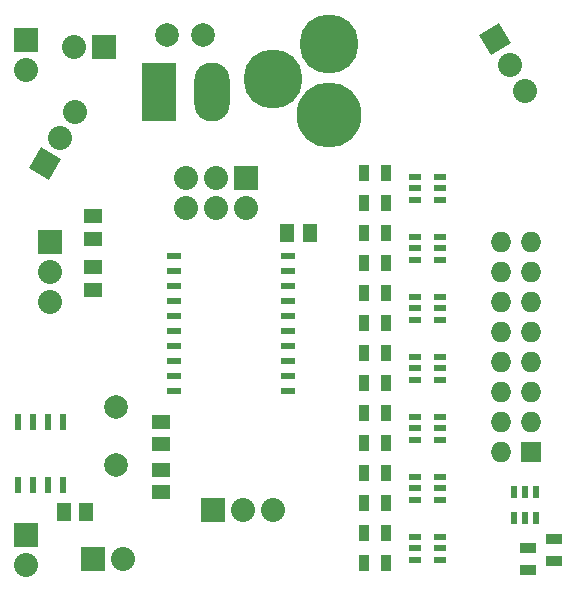
<source format=gbr>
%FSLAX46Y46*%
G04 Gerber Fmt 4.6, Leading zero omitted, Abs format (unit mm)*
G04 Created by KiCad (PCBNEW (2014-jul-16 BZR unknown)-product) date Sun 27 Jul 2014 23:01:09 BST*
%MOMM*%
G01*
G04 APERTURE LIST*
%ADD10C,0.100000*%
%ADD11R,2.032000X2.032000*%
%ADD12C,2.032000*%
%ADD13C,2.000000*%
%ADD14R,1.498600X1.300480*%
%ADD15R,1.300480X1.498600*%
%ADD16C,5.500000*%
%ADD17C,5.000000*%
%ADD18R,1.270000X0.508000*%
%ADD19R,3.000000X5.000000*%
%ADD20O,3.000000X5.000000*%
%ADD21R,0.500000X1.000000*%
%ADD22R,1.000000X0.500000*%
%ADD23R,1.397000X0.889000*%
%ADD24R,0.889000X1.397000*%
%ADD25R,0.599440X1.399540*%
%ADD26O,2.032000X2.032000*%
%ADD27R,1.727200X1.727200*%
%ADD28O,1.727200X1.727200*%
G04 APERTURE END LIST*
D10*
D11*
X122047000Y-114554000D03*
D12*
X122047000Y-117094000D03*
X119507000Y-114554000D03*
X119507000Y-117094000D03*
X116967000Y-114554000D03*
X116967000Y-117094000D03*
X105410000Y-125095000D03*
X105410000Y-122555000D03*
D11*
X105410000Y-120015000D03*
D13*
X110998000Y-133957060D03*
X110998000Y-138838940D03*
D11*
X119244000Y-142644000D03*
D12*
X121784000Y-142644000D03*
X124324000Y-142644000D03*
D10*
G36*
X141732118Y-102428413D02*
X143491882Y-101412413D01*
X144507882Y-103172177D01*
X142748118Y-104188177D01*
X141732118Y-102428413D01*
X141732118Y-102428413D01*
G37*
D12*
X144390000Y-105000000D03*
X145660000Y-107199705D03*
D10*
G36*
X105391882Y-114735587D02*
X103632118Y-113719587D01*
X104648118Y-111959823D01*
X106407882Y-112975823D01*
X105391882Y-114735587D01*
X105391882Y-114735587D01*
G37*
D12*
X106290000Y-111148000D03*
X107560000Y-108948295D03*
D14*
X114808000Y-135191500D03*
X114808000Y-137096500D03*
X114808000Y-141160500D03*
X114808000Y-139255500D03*
X109093000Y-124015500D03*
X109093000Y-122110500D03*
D15*
X108521500Y-142875000D03*
X106616500Y-142875000D03*
D14*
X109093000Y-117792500D03*
X109093000Y-119697500D03*
D15*
X127444500Y-119253000D03*
X125539500Y-119253000D03*
D16*
X129032000Y-109197140D03*
D17*
X129032000Y-103197660D03*
X124333000Y-106197400D03*
D18*
X125603000Y-132588000D03*
X125603000Y-131318000D03*
X125603000Y-130048000D03*
X125603000Y-128778000D03*
X125603000Y-127508000D03*
X125603000Y-126238000D03*
X125603000Y-124968000D03*
X125603000Y-123698000D03*
X125603000Y-122428000D03*
X125603000Y-121158000D03*
X115951000Y-121158000D03*
X115951000Y-122428000D03*
X115951000Y-123698000D03*
X115951000Y-124968000D03*
X115951000Y-126238000D03*
X115951000Y-127508000D03*
X115951000Y-128778000D03*
X115951000Y-130048000D03*
X115951000Y-131318000D03*
X115951000Y-132588000D03*
D19*
X114681000Y-107315000D03*
D20*
X119126000Y-107315000D03*
D13*
X115316000Y-102489000D03*
X118364000Y-102489000D03*
D21*
X145669000Y-141165000D03*
X145669000Y-143315000D03*
X144719000Y-141165000D03*
X146619000Y-143315000D03*
X146619000Y-141165000D03*
X144719000Y-143315000D03*
D22*
X136339000Y-145923000D03*
X138489000Y-145923000D03*
X136339000Y-146873000D03*
X138489000Y-144973000D03*
X136339000Y-144973000D03*
X138489000Y-146873000D03*
X136339000Y-140843000D03*
X138489000Y-140843000D03*
X136339000Y-141793000D03*
X138489000Y-139893000D03*
X136339000Y-139893000D03*
X138489000Y-141793000D03*
X136339000Y-135763000D03*
X138489000Y-135763000D03*
X136339000Y-136713000D03*
X138489000Y-134813000D03*
X136339000Y-134813000D03*
X138489000Y-136713000D03*
X136339000Y-130683000D03*
X138489000Y-130683000D03*
X136339000Y-131633000D03*
X138489000Y-129733000D03*
X136339000Y-129733000D03*
X138489000Y-131633000D03*
X136339000Y-125603000D03*
X138489000Y-125603000D03*
X136339000Y-126553000D03*
X138489000Y-124653000D03*
X136339000Y-124653000D03*
X138489000Y-126553000D03*
X136339000Y-120523000D03*
X138489000Y-120523000D03*
X136339000Y-121473000D03*
X138489000Y-119573000D03*
X136339000Y-119573000D03*
X138489000Y-121473000D03*
X136339000Y-115443000D03*
X138489000Y-115443000D03*
X136339000Y-116393000D03*
X138489000Y-114493000D03*
X136339000Y-114493000D03*
X138489000Y-116393000D03*
D23*
X145923000Y-145859500D03*
X145923000Y-147764500D03*
D24*
X133921500Y-147193000D03*
X132016500Y-147193000D03*
X133921500Y-142113000D03*
X132016500Y-142113000D03*
X133921500Y-137033000D03*
X132016500Y-137033000D03*
X133921500Y-131953000D03*
X132016500Y-131953000D03*
X133921500Y-126873000D03*
X132016500Y-126873000D03*
X133921500Y-121793000D03*
X132016500Y-121793000D03*
X133921500Y-116713000D03*
X132016500Y-116713000D03*
D23*
X148082000Y-147002500D03*
X148082000Y-145097500D03*
D24*
X132016500Y-144653000D03*
X133921500Y-144653000D03*
X132016500Y-139573000D03*
X133921500Y-139573000D03*
X132016500Y-134493000D03*
X133921500Y-134493000D03*
X132016500Y-129413000D03*
X133921500Y-129413000D03*
X132016500Y-124333000D03*
X133921500Y-124333000D03*
X132016500Y-119253000D03*
X133921500Y-119253000D03*
X132016500Y-114173000D03*
X133921500Y-114173000D03*
D25*
X106553000Y-140589000D03*
X106553000Y-135255000D03*
X105283000Y-140589000D03*
X104013000Y-140589000D03*
X102743000Y-140589000D03*
X105283000Y-135255000D03*
X104013000Y-135255000D03*
X102743000Y-135255000D03*
D11*
X103378000Y-102870000D03*
D26*
X103378000Y-105410000D03*
D11*
X109982000Y-103505000D03*
D26*
X107442000Y-103505000D03*
D11*
X103378000Y-144780000D03*
D26*
X103378000Y-147320000D03*
D11*
X109093000Y-146812000D03*
D26*
X111633000Y-146812000D03*
D27*
X146177000Y-137795000D03*
D28*
X143637000Y-137795000D03*
X146177000Y-135255000D03*
X143637000Y-135255000D03*
X146177000Y-132715000D03*
X143637000Y-132715000D03*
X146177000Y-130175000D03*
X143637000Y-130175000D03*
X146177000Y-127635000D03*
X143637000Y-127635000D03*
X146177000Y-125095000D03*
X143637000Y-125095000D03*
X146177000Y-122555000D03*
X143637000Y-122555000D03*
X146177000Y-120015000D03*
X143637000Y-120015000D03*
M02*

</source>
